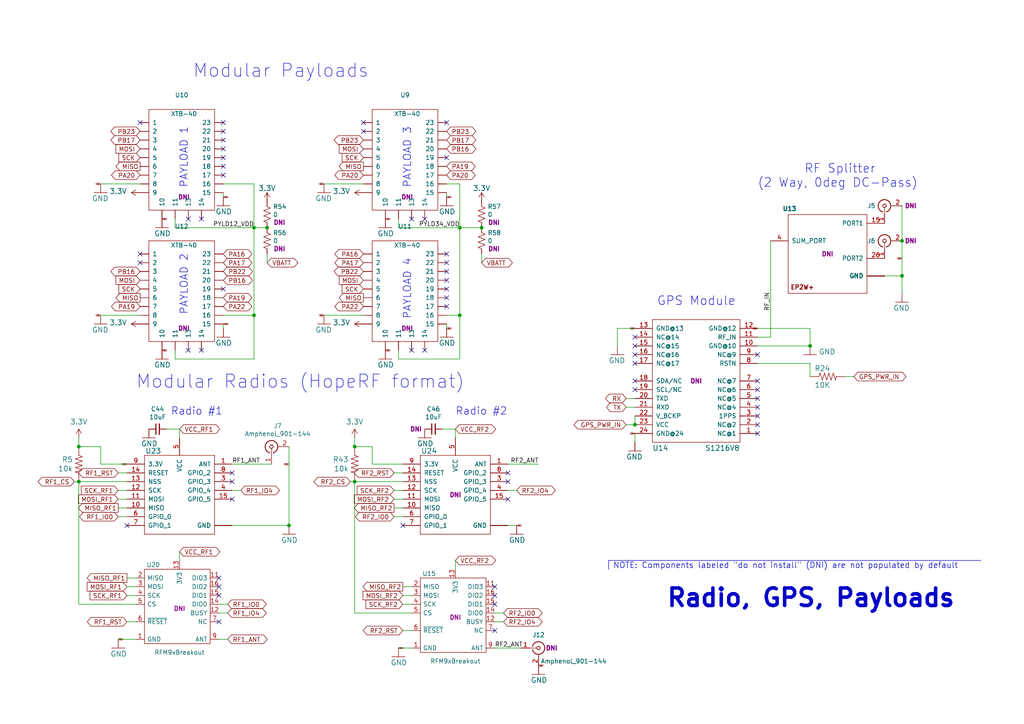
<source format=kicad_sch>
(kicad_sch (version 20230121) (generator eeschema)
  (paper "A4")
  (title_block (title "PyCubed Mainboard") (date "2021-06-09") (rev "v05c") (company "Max Holliday"))
  (lib_symbols
    (symbol "Connector:Conn_Coaxial" (pin_names (offset 1.016) hide)
      (property "Reference" "J" (at 0.254 3.048 0))
      (property "Value" "Conn_Coaxial" (at 2.921 0 90))
      (symbol "Conn_Coaxial_0_1"
        (arc (start -1.778 -0.508) (mid 0.2311 -1.8066) (end 1.778 0) (stroke (width 0.254)))
        (polyline (pts (xy -2.54 0) (xy -0.508 0)))
        (polyline (pts (xy 0 -2.54) (xy 0 -1.778)))
        (circle (center 0 0) (radius 0.508) (stroke (width 0.2032)))
        (arc (start 1.778 0) (mid 0.2099 1.8101) (end -1.778 0.508) (stroke (width 0.254)))
      )
      (symbol "Conn_Coaxial_1_1"
        (pin passive line (at -5.08 0 0) (length 2.54) (name "In") (number "1"))
        (pin passive line (at 0 -5.08 90) (length 2.54) (name "Ext") (number "2"))
      )
    )
    (symbol "Device:C_Small" (pin_numbers hide) (pin_names (offset 0.254) hide)
      (property "Reference" "C" (at 0.254 1.778 0))
      (property "Value" "C_Small" (at 0.254 -2.032 0))
      (symbol "C_Small_0_1"
        (polyline (pts (xy -1.524 -0.508) (xy 1.524 -0.508)) (stroke (width 0.3302)))
        (polyline (pts (xy -1.524 0.508) (xy 1.524 0.508)) (stroke (width 0.3048)))
      )
      (symbol "C_Small_1_1"
        (pin passive line (at 0 2.54 270) (length 2.032) (name "~") (number "1"))
        (pin passive line (at 0 -2.54 90) (length 2.032) (name "~") (number "2"))
      )
    )
    (symbol "Device:R_US" (pin_numbers hide) (pin_names (offset 0))
      (property "Reference" "R" (at 2.54 0 90))
      (property "Value" "R_US" (at -2.54 0 90))
      (symbol "R_US_0_1"
        (polyline (pts (xy 0 -2.286) (xy 0 -2.54)))
        (polyline (pts (xy 0 2.286) (xy 0 2.54)))
        (polyline (pts (xy 0 -0.762) (xy 1.016 -1.143) (xy 0 -1.524) (xy -1.016 -1.905) (xy 0 -2.286)))
        (polyline (pts (xy 0 0.762) (xy 1.016 0.381) (xy 0 0) (xy -1.016 -0.381) (xy 0 -0.762)))
        (polyline (pts (xy 0 2.286) (xy 1.016 1.905) (xy 0 1.524) (xy -1.016 1.143) (xy 0 0.762)))
      )
      (symbol "R_US_1_1"
        (pin passive line (at 0 3.81 270) (length 1.27) (name "~") (number "1"))
        (pin passive line (at 0 -3.81 90) (length 1.27) (name "~") (number "2"))
      )
    )
    (symbol "mainboard:10KOHM-1_10W-1%(0603)0603" (pin_names (offset 1.016))
      (property "Reference" "R" (at -3.81 1.4986 0))
      (property "Value" "10KOHM-1_10W-1%(0603)0603" (at -3.81 -3.302 0))
      (symbol "10KOHM-1_10W-1%(0603)0603_1_0"
        (polyline (pts (xy -2.54 0) (xy -2.159 1.016)))
        (polyline (pts (xy -2.159 1.016) (xy -1.524 -1.016)))
        (polyline (pts (xy -1.524 -1.016) (xy -0.889 1.016)))
        (polyline (pts (xy -0.889 1.016) (xy -0.254 -1.016)))
        (polyline (pts (xy -0.254 -1.016) (xy 0.381 1.016)))
        (polyline (pts (xy 0.381 1.016) (xy 1.016 -1.016)))
        (polyline (pts (xy 1.016 -1.016) (xy 1.651 1.016)))
        (polyline (pts (xy 1.651 1.016) (xy 2.286 -1.016)))
        (polyline (pts (xy 2.286 -1.016) (xy 2.54 0)))
        (pin passive line (at -5.08 0 0) (length 2.54) (name "1") (number "1"))
        (pin passive line (at 5.08 0 180) (length 2.54) (name "2") (number "2"))
      )
    )
    (symbol "mainboard:3.3V" (power) (pin_names (offset 1.016))
      (property "Value" "3.3V" (at -1.016 3.556 0))
      (symbol "3.3V_1_0"
        (polyline (pts (xy 0 2.54) (xy -0.762 1.27)))
        (polyline (pts (xy 0.762 1.27) (xy 0 2.54)))
        (pin power_in line (at 0 0 90) (length 2.54) (name "3.3V") (number "1"))
      )
    )
    (symbol "mainboard:EP2W+" (pin_names (offset 1.016))
      (property "Reference" "U" (at -7.62 10.16 0))
      (symbol "EP2W+_1_0"
        (polyline (pts (xy -12.7 -15.24) (xy -12.7 7.62)))
        (polyline (pts (xy -12.7 7.62) (xy 10.16 7.62)))
        (polyline (pts (xy 10.16 -15.24) (xy -12.7 -15.24)))
        (polyline (pts (xy 10.16 7.62) (xy 10.16 -15.24)))
        (text "EP2W+" (at -5.08 -12.7 0) (effects (font (size 1.27 1.27) bold) (justify right top)))
        (pin bidirectional line (at 15.24 -10.16 180) (length 5.08) (name "GND") (number "1"))
        (pin bidirectional line (at 15.24 -10.16 180) (length 5.08) (name "GND") (number "10"))
        (pin bidirectional line (at 15.24 -10.16 180) (length 5.08) (name "GND") (number "11"))
        (pin bidirectional line (at 15.24 -10.16 180) (length 5.08) (name "GND") (number "12"))
        (pin bidirectional line (at 15.24 -10.16 180) (length 5.08) (name "GND") (number "13"))
        (pin bidirectional line (at 15.24 -10.16 180) (length 5.08) (name "GND") (number "14"))
        (pin bidirectional line (at 15.24 5.08 180) (length 5.08) (name "PORT1") (number "15"))
        (pin bidirectional line (at 15.24 -10.16 180) (length 5.08) (name "GND") (number "16"))
        (pin bidirectional line (at 15.24 -10.16 180) (length 5.08) (name "GND") (number "17"))
        (pin bidirectional line (at 15.24 -10.16 180) (length 5.08) (name "GND") (number "18"))
        (pin bidirectional line (at 15.24 -10.16 180) (length 5.08) (name "GND") (number "19"))
        (pin bidirectional line (at 15.24 -10.16 180) (length 5.08) (name "GND") (number "2"))
        (pin bidirectional line (at 15.24 -10.16 180) (length 5.08) (name "GND") (number "20"))
        (pin bidirectional line (at 15.24 -10.16 180) (length 5.08) (name "GND") (number "21"))
        (pin bidirectional line (at 15.24 -10.16 180) (length 5.08) (name "GND") (number "22"))
        (pin bidirectional line (at 15.24 -10.16 180) (length 5.08) (name "GND") (number "23"))
        (pin bidirectional line (at 15.24 -10.16 180) (length 5.08) (name "GND") (number "24"))
        (pin bidirectional line (at 15.24 -10.16 180) (length 5.08) (name "GND") (number "25"))
        (pin bidirectional line (at 15.24 -5.08 180) (length 5.08) (name "PORT2") (number "26"))
        (pin bidirectional line (at 15.24 -10.16 180) (length 5.08) (name "GND") (number "27"))
        (pin bidirectional line (at 15.24 -10.16 180) (length 5.08) (name "GND") (number "28"))
        (pin bidirectional line (at 15.24 -10.16 180) (length 5.08) (name "GND") (number "29"))
        (pin bidirectional line (at 15.24 -10.16 180) (length 5.08) (name "GND") (number "3"))
        (pin bidirectional line (at 15.24 -10.16 180) (length 5.08) (name "GND") (number "30"))
        (pin bidirectional line (at 15.24 -10.16 180) (length 5.08) (name "GND") (number "31"))
        (pin bidirectional line (at 15.24 -10.16 180) (length 5.08) (name "GND") (number "32"))
        (pin bidirectional line (at -17.78 0 0) (length 5.08) (name "SUM_PORT") (number "4"))
        (pin bidirectional line (at 15.24 -10.16 180) (length 5.08) (name "GND") (number "5"))
        (pin bidirectional line (at 15.24 -10.16 180) (length 5.08) (name "GND") (number "6"))
        (pin bidirectional line (at 15.24 -10.16 180) (length 5.08) (name "GND") (number "7"))
        (pin bidirectional line (at 15.24 -10.16 180) (length 5.08) (name "GND") (number "8"))
        (pin bidirectional line (at 15.24 -10.16 180) (length 5.08) (name "GND") (number "9"))
        (pin bidirectional line (at 15.24 -10.16 180) (length 5.08) (name "GND") (number "EP"))
      )
    )
    (symbol "mainboard:GND" (power) (pin_names (offset 1.016))
      (property "Value" "GND" (at -2.54 -2.54 0))
      (symbol "GND_1_0"
        (polyline (pts (xy -1.905 0) (xy 1.905 0)))
        (pin power_in line (at 0 2.54 270) (length 2.54) (name "GND") (number "1"))
      )
    )
    (symbol "mainboard:RFM98PW" (pin_names (offset 1.016))
      (property "Reference" "U" (at -7.62 10.16 0))
      (symbol "RFM98PW_0_0"
        (pin bidirectional line (at 17.78 -10.16 180) (length 5.08) hide (name "GND") (number "17"))
        (pin bidirectional line (at 2.54 15.24 270) (length 5.08) (name "VCC") (number "5"))
      )
      (symbol "RFM98PW_1_0"
        (polyline (pts (xy -7.62 -12.7) (xy -7.62 10.16)))
        (polyline (pts (xy -7.62 10.16) (xy 12.7 10.16)))
        (polyline (pts (xy 12.7 -12.7) (xy -7.62 -12.7)))
        (polyline (pts (xy 12.7 10.16) (xy 12.7 -12.7)))
        (pin bidirectional line (at 17.78 7.62 180) (length 5.08) (name "ANT") (number "1"))
        (pin bidirectional line (at -12.7 -5.08 0) (length 5.08) (name "MISO") (number "10"))
        (pin bidirectional line (at -12.7 -2.54 0) (length 5.08) (name "MOSI") (number "11"))
        (pin bidirectional line (at -12.7 0 0) (length 5.08) (name "SCK") (number "12"))
        (pin bidirectional line (at -12.7 2.54 0) (length 5.08) (name "NSS") (number "13"))
        (pin bidirectional line (at -12.7 5.08 0) (length 5.08) (name "RESET") (number "14"))
        (pin bidirectional line (at 17.78 -2.54 180) (length 5.08) (name "GPIO_5") (number "15"))
        (pin bidirectional line (at 17.78 -10.16 180) (length 5.08) (name "GND") (number "16"))
        (pin bidirectional line (at 17.78 -10.16 180) (length 5.08) (name "GND") (number "2"))
        (pin bidirectional line (at 17.78 2.54 180) (length 5.08) (name "GPIO_3") (number "3"))
        (pin bidirectional line (at 17.78 0 180) (length 5.08) (name "GPIO_4") (number "4"))
        (pin bidirectional line (at -12.7 -7.62 0) (length 5.08) (name "GPIO_0") (number "6"))
        (pin bidirectional line (at -12.7 -10.16 0) (length 5.08) (name "GPIO_1") (number "7"))
        (pin bidirectional line (at 17.78 5.08 180) (length 5.08) (name "GPIO_2") (number "8"))
        (pin power_in line (at -12.7 7.62 0) (length 5.08) (name "3.3V") (number "9"))
      )
    )
    (symbol "mainboard:RFM9xBreakout" (pin_names (offset 0.762))
      (property "Reference" "U" (at -3.81 12.7 0))
      (property "Value" "RFM9xBreakout" (at -7.62 -11.43 0))
      (symbol "RFM9xBreakout_0_1"
        (rectangle (start -10.16 11.43) (end 8.89 -10.16))
      )
      (symbol "RFM9xBreakout_1_1"
        (pin bidirectional line (at -12.7 -8.89 0) (length 2.54) (name "GND") (number "1"))
        (pin bidirectional line (at -12.7 -8.89 0) (length 2.54) hide (name "GND") (number "10"))
        (pin bidirectional line (at 11.43 8.89 180) (length 2.54) (name "DIO3") (number "11"))
        (pin bidirectional line (at 11.43 -1.27 180) (length 2.54) (name "BUSY") (number "12"))
        (pin bidirectional line (at 0 13.97 270) (length 2.54) (name "3V3") (number "13"))
        (pin bidirectional line (at 11.43 1.27 180) (length 2.54) (name "DIO0") (number "14"))
        (pin bidirectional line (at 11.43 3.81 180) (length 2.54) (name "DIO1") (number "15"))
        (pin bidirectional line (at 11.43 6.35 180) (length 2.54) (name "DIO2") (number "16"))
        (pin bidirectional line (at -12.7 8.89 0) (length 2.54) (name "MISO") (number "2"))
        (pin bidirectional line (at -12.7 6.35 0) (length 2.54) (name "MOSI") (number "3"))
        (pin bidirectional line (at -12.7 3.81 0) (length 2.54) (name "SCK") (number "4"))
        (pin bidirectional line (at -12.7 1.27 0) (length 2.54) (name "CS") (number "5"))
        (pin bidirectional line (at -12.7 -3.81 0) (length 2.54) (name "~{RESET}") (number "6"))
        (pin bidirectional line (at 11.43 -3.81 180) (length 2.54) (name "NC") (number "7"))
        (pin bidirectional line (at -12.7 -8.89 0) (length 2.54) hide (name "GND") (number "8"))
        (pin bidirectional line (at 11.43 -8.89 180) (length 2.54) (name "ANT") (number "9"))
      )
    )
    (symbol "mainboard:S1216V8" (pin_names (offset 1.016))
      (property "Reference" "U" (at -12.7 -20.32 0))
      (property "Value" "S1216V8" (at 2.54 -20.32 0))
      (symbol "S1216V8_1_0"
        (polyline (pts (xy -12.7 -17.78) (xy 12.7 -17.78)))
        (polyline (pts (xy -12.7 17.78) (xy -12.7 -17.78)))
        (polyline (pts (xy 12.7 -17.78) (xy 12.7 17.78)))
        (polyline (pts (xy 12.7 17.78) (xy -12.7 17.78)))
        (pin bidirectional line (at 17.78 -15.24 180) (length 5.08) (name "NC@1") (number "1"))
        (pin bidirectional line (at 17.78 10.16 180) (length 5.08) (name "GND@10") (number "10"))
        (pin bidirectional line (at 17.78 12.7 180) (length 5.08) (name "RF_IN") (number "11"))
        (pin bidirectional line (at 17.78 15.24 180) (length 5.08) (name "GND@12") (number "12"))
        (pin bidirectional line (at -17.78 15.24 0) (length 5.08) (name "GND@13") (number "13"))
        (pin bidirectional line (at -17.78 12.7 0) (length 5.08) (name "NC@14") (number "14"))
        (pin bidirectional line (at -17.78 10.16 0) (length 5.08) (name "NC@15") (number "15"))
        (pin bidirectional line (at -17.78 7.62 0) (length 5.08) (name "NC@16") (number "16"))
        (pin bidirectional line (at -17.78 5.08 0) (length 5.08) (name "NC@17") (number "17"))
        (pin bidirectional line (at -17.78 0 0) (length 5.08) (name "SDA/NC") (number "18"))
        (pin bidirectional line (at -17.78 -2.54 0) (length 5.08) (name "SCL/NC") (number "19"))
        (pin bidirectional line (at 17.78 -12.7 180) (length 5.08) (name "NC@2") (number "2"))
        (pin bidirectional line (at -17.78 -5.08 0) (length 5.08) (name "TXD") (number "20"))
        (pin bidirectional line (at -17.78 -7.62 0) (length 5.08) (name "RXD") (number "21"))
        (pin bidirectional line (at -17.78 -10.16 0) (length 5.08) (name "V_BCKP") (number "22"))
        (pin bidirectional line (at -17.78 -12.7 0) (length 5.08) (name "VCC") (number "23"))
        (pin bidirectional line (at -17.78 -15.24 0) (length 5.08) (name "GND@24") (number "24"))
        (pin bidirectional line (at 17.78 -10.16 180) (length 5.08) (name "1PPS") (number "3"))
        (pin bidirectional line (at 17.78 -7.62 180) (length 5.08) (name "NC@4") (number "4"))
        (pin bidirectional line (at 17.78 -5.08 180) (length 5.08) (name "NC@5") (number "5"))
        (pin bidirectional line (at 17.78 -2.54 180) (length 5.08) (name "NC@6") (number "6"))
        (pin bidirectional line (at 17.78 0 180) (length 5.08) (name "NC@7") (number "7"))
        (pin bidirectional line (at 17.78 5.08 180) (length 5.08) (name "RSTN") (number "8"))
        (pin bidirectional line (at 17.78 7.62 180) (length 5.08) (name "NC@9") (number "9"))
      )
    )
    (symbol "mainboard:XTB-40_payload" (pin_names (offset 1.016))
      (property "Reference" "U" (at -2.54 13.97 0))
      (property "Value" "XTB-40_payload" (at -1.27 11.43 0))
      (symbol "XTB-40_payload_1_0"
        (pin bidirectional line (at -12.7 8.89 0) (length 2.54) (name "1") (number "1"))
      )
      (symbol "XTB-40_payload_1_1"
        (rectangle (start -10.16 12.7) (end 8.89 -16.51))
        (pin bidirectional line (at -6.35 -19.05 90) (length 2.54) (name "10") (number "10"))
        (pin bidirectional line (at -2.54 -19.05 90) (length 2.54) (name "11") (number "11"))
        (pin bidirectional line (at 1.27 -19.05 90) (length 2.54) (name "13") (number "13"))
        (pin bidirectional line (at 5.08 -19.05 90) (length 2.54) (name "14") (number "14"))
        (pin bidirectional line (at 11.43 -11.43 180) (length 2.54) (name "15") (number "15"))
        (pin bidirectional line (at 11.43 -8.89 180) (length 2.54) (name "16") (number "16"))
        (pin bidirectional line (at 11.43 -6.35 180) (length 2.54) (name "17") (number "17"))
        (pin bidirectional line (at 11.43 -3.81 180) (length 2.54) (name "18") (number "18"))
        (pin bidirectional line (at 11.43 -1.27 180) (length 2.54) (name "19") (number "19"))
        (pin bidirectional line (at -12.7 6.35 0) (length 2.54) (name "2") (number "2"))
        (pin bidirectional line (at 11.43 1.27 180) (length 2.54) (name "20") (number "20"))
        (pin bidirectional line (at 11.43 3.81 180) (length 2.54) (name "21") (number "21"))
        (pin bidirectional line (at 11.43 6.35 180) (length 2.54) (name "22") (number "22"))
        (pin bidirectional line (at 11.43 8.89 180) (length 2.54) (name "23") (number "23"))
        (pin bidirectional line (at -12.7 3.81 0) (length 2.54) (name "3") (number "3"))
        (pin bidirectional line (at -12.7 1.27 0) (length 2.54) (name "4") (number "4"))
        (pin bidirectional line (at -12.7 -1.27 0) (length 2.54) (name "5") (number "5"))
        (pin bidirectional line (at -12.7 -3.81 0) (length 2.54) (name "6") (number "6"))
        (pin bidirectional line (at -12.7 -6.35 0) (length 2.54) (name "7") (number "7"))
        (pin bidirectional line (at -12.7 -8.89 0) (length 2.54) (name "8") (number "8"))
        (pin bidirectional line (at -12.7 -11.43 0) (length 2.54) (name "9") (number "9"))
      )
    )
  )
  (junction (at 73.66 66.04))
  (junction (at 184.15 123.19))
  (junction (at 73.66 91.44))
  (junction (at 102.87 129.54))
  (junction (at 139.7 66.04))
  (junction (at 22.86 129.54))
  (junction (at 261.62 69.85))
  (junction (at 261.62 80.01))
  (junction (at 133.35 91.44))
  (junction (at 77.47 66.04))
  (junction (at 133.35 66.04))
  (junction (at 83.82 152.4))
  (junction (at 234.95 100.33))
  (junction (at 22.86 139.7))
  (junction (at 102.87 139.7))
  (no_connect (at 219.71 120.65))
  (no_connect (at 143.51 170.18))
  (no_connect (at 64.77 50.8))
  (no_connect (at 105.41 38.1))
  (no_connect (at 129.54 45.72))
  (no_connect (at 40.64 35.56))
  (no_connect (at 58.42 101.6))
  (no_connect (at 63.5 180.34))
  (no_connect (at 143.51 182.88))
  (no_connect (at 67.31 144.78))
  (no_connect (at 54.61 63.5))
  (no_connect (at 64.77 35.56))
  (no_connect (at 119.38 63.5))
  (no_connect (at 184.15 110.49))
  (no_connect (at 67.31 137.16))
  (no_connect (at 129.54 78.74))
  (no_connect (at 219.71 102.87))
  (no_connect (at 129.54 88.9))
  (no_connect (at 219.71 118.11))
  (no_connect (at 147.32 144.78))
  (no_connect (at 147.32 137.16))
  (no_connect (at 129.54 83.82))
  (no_connect (at 184.15 113.03))
  (no_connect (at 129.54 35.56))
  (no_connect (at 219.71 123.19))
  (no_connect (at 129.54 76.2))
  (no_connect (at 63.5 170.18))
  (no_connect (at 219.71 110.49))
  (no_connect (at 184.15 102.87))
  (no_connect (at 129.54 81.28))
  (no_connect (at 40.64 73.66))
  (no_connect (at 64.77 40.64))
  (no_connect (at 219.71 125.73))
  (no_connect (at 116.84 152.4))
  (no_connect (at 63.5 172.72))
  (no_connect (at 64.77 38.1))
  (no_connect (at 40.64 76.2))
  (no_connect (at 184.15 97.79))
  (no_connect (at 219.71 115.57))
  (no_connect (at 123.19 63.5))
  (no_connect (at 219.71 113.03))
  (no_connect (at 36.83 152.4))
  (no_connect (at 147.32 139.7))
  (no_connect (at 58.42 63.5))
  (no_connect (at 119.38 101.6))
  (no_connect (at 54.61 101.6))
  (no_connect (at 143.51 172.72))
  (no_connect (at 67.31 139.7))
  (no_connect (at 64.77 48.26))
  (no_connect (at 184.15 100.33))
  (no_connect (at 63.5 167.64))
  (no_connect (at 64.77 43.18))
  (no_connect (at 129.54 73.66))
  (no_connect (at 105.41 35.56))
  (no_connect (at 129.54 86.36))
  (no_connect (at 64.77 83.82))
  (no_connect (at 184.15 105.41))
  (no_connect (at 64.77 45.72))
  (no_connect (at 123.19 101.6))
  (no_connect (at 143.51 175.26))
  (wire (pts (xy 115.57 66.04) (xy 133.35 66.04)))
  (wire (pts (xy 66.04 175.26) (xy 63.5 175.26)))
  (wire (pts (xy 261.62 69.85) (xy 261.62 80.01)))
  (wire (pts (xy 73.66 53.34) (xy 73.66 66.04)))
  (wire (pts (xy 184.15 115.57) (xy 181.61 115.57)))
  (wire (pts (xy 21.59 139.7) (xy 22.86 139.7)))
  (wire (pts (xy 219.71 95.25) (xy 234.95 95.25)))
  (wire (pts (xy 73.66 91.44) (xy 73.66 104.14)))
  (wire (pts (xy 179.07 95.25) (xy 179.07 100.33)))
  (wire (pts (xy 67.31 152.4) (xy 83.82 152.4)))
  (wire (pts (xy 29.21 129.54) (xy 22.86 129.54)))
  (wire (pts (xy 116.84 139.7) (xy 102.87 139.7)))
  (wire (pts (xy 52.07 124.46) (xy 48.26 124.46)))
  (wire (pts (xy 147.32 134.62) (xy 156.21 134.62)))
  (wire (pts (xy 69.85 142.24) (xy 67.31 142.24)))
  (wire (pts (xy 22.86 129.54) (xy 22.86 127)))
  (wire (pts (xy 64.77 95.25) (xy 64.77 93.98)))
  (wire (pts (xy 36.83 134.62) (xy 29.21 134.62)))
  (wire (pts (xy 66.04 177.8) (xy 63.5 177.8)))
  (wire (pts (xy 107.95 129.54) (xy 102.87 129.54)))
  (wire (pts (xy 102.87 177.8) (xy 119.38 177.8)))
  (wire (pts (xy 119.38 170.18) (xy 116.84 170.18)))
  (wire (pts (xy 119.38 175.26) (xy 116.84 175.26)))
  (wire (pts (xy 184.15 118.11) (xy 181.61 118.11)))
  (wire (pts (xy 139.7 76.2) (xy 139.7 73.66)))
  (wire (pts (xy 73.66 66.04) (xy 73.66 91.44)))
  (wire (pts (xy 256.54 80.01) (xy 261.62 80.01)))
  (wire (pts (xy 115.57 187.96) (xy 119.38 187.96)))
  (wire (pts (xy 93.98 53.34) (xy 105.41 53.34)))
  (wire (pts (xy 67.31 134.62) (xy 78.74 134.62)))
  (wire (pts (xy 116.84 147.32) (xy 114.3 147.32)))
  (wire (pts (xy 93.98 91.44) (xy 105.41 91.44)))
  (wire (pts (xy 115.57 101.6) (xy 115.57 104.14)))
  (wire (pts (xy 52.07 160.02) (xy 52.07 162.56)))
  (wire (pts (xy 36.83 137.16) (xy 34.29 137.16)))
  (wire (pts (xy 29.21 53.34) (xy 40.64 53.34)))
  (wire (pts (xy 83.82 129.54) (xy 83.82 152.4)))
  (wire (pts (xy 245.11 109.22) (xy 247.65 109.22)))
  (wire (pts (xy 22.86 175.26) (xy 39.37 175.26)))
  (wire (pts (xy 143.51 177.8) (xy 146.05 177.8)))
  (wire (pts (xy 36.83 142.24) (xy 34.29 142.24)))
  (wire (pts (xy 39.37 167.64) (xy 36.83 167.64)))
  (wire (pts (xy 184.15 123.19) (xy 184.15 120.65)))
  (wire (pts (xy 184.15 95.25) (xy 179.07 95.25)))
  (wire (pts (xy 36.83 147.32) (xy 34.29 147.32)))
  (wire (pts (xy 149.86 152.4) (xy 147.32 152.4)))
  (wire (pts (xy 184.15 125.73) (xy 184.15 128.27)))
  (wire (pts (xy 107.95 134.62) (xy 107.95 129.54)))
  (wire (pts (xy 50.8 63.5) (xy 50.8 66.04)))
  (wire (pts (xy 77.47 76.2) (xy 77.47 73.66)))
  (wire (pts (xy 29.21 134.62) (xy 29.21 129.54)))
  (wire (pts (xy 39.37 170.18) (xy 36.83 170.18)))
  (polyline (pts (xy 176.53 162.56) (xy 284.48 162.56)))
  (wire (pts (xy 234.95 105.41) (xy 234.95 109.22)))
  (wire (pts (xy 261.62 80.01) (xy 261.62 85.09)))
  (wire (pts (xy 34.29 149.86) (xy 36.83 149.86)))
  (wire (pts (xy 116.84 144.78) (xy 114.3 144.78)))
  (wire (pts (xy 116.84 137.16) (xy 114.3 137.16)))
  (wire (pts (xy 119.38 182.88) (xy 116.84 182.88)))
  (wire (pts (xy 66.04 185.42) (xy 63.5 185.42)))
  (wire (pts (xy 22.86 139.7) (xy 36.83 139.7)))
  (wire (pts (xy 52.07 124.46) (xy 52.07 127)))
  (wire (pts (xy 129.54 57.15) (xy 129.54 55.88)))
  (wire (pts (xy 116.84 142.24) (xy 114.3 142.24)))
  (wire (pts (xy 133.35 53.34) (xy 129.54 53.34)))
  (wire (pts (xy 133.35 91.44) (xy 133.35 104.14)))
  (wire (pts (xy 29.21 91.44) (xy 40.64 91.44)))
  (wire (pts (xy 102.87 177.8) (xy 102.87 139.7)))
  (polyline (pts (xy 176.53 165.1) (xy 176.53 162.56)))
  (wire (pts (xy 149.86 142.24) (xy 147.32 142.24)))
  (wire (pts (xy 115.57 63.5) (xy 115.57 66.04)))
  (wire (pts (xy 261.62 59.69) (xy 261.62 69.85)))
  (wire (pts (xy 119.38 172.72) (xy 116.84 172.72)))
  (wire (pts (xy 36.83 144.78) (xy 34.29 144.78)))
  (wire (pts (xy 132.08 124.46) (xy 132.08 127)))
  (wire (pts (xy 132.08 162.56) (xy 132.08 165.1)))
  (wire (pts (xy 116.84 134.62) (xy 107.95 134.62)))
  (wire (pts (xy 234.95 100.33) (xy 219.71 100.33)))
  (wire (pts (xy 22.86 139.7) (xy 22.86 175.26)))
  (wire (pts (xy 151.13 187.96) (xy 143.51 187.96)))
  (wire (pts (xy 64.77 57.15) (xy 64.77 55.88)))
  (wire (pts (xy 133.35 66.04) (xy 139.7 66.04)))
  (wire (pts (xy 34.29 185.42) (xy 39.37 185.42)))
  (wire (pts (xy 219.71 97.79) (xy 223.52 97.79)))
  (wire (pts (xy 184.15 123.19) (xy 181.61 123.19)))
  (wire (pts (xy 133.35 91.44) (xy 129.54 91.44)))
  (wire (pts (xy 115.57 104.14) (xy 133.35 104.14)))
  (wire (pts (xy 73.66 91.44) (xy 64.77 91.44)))
  (wire (pts (xy 219.71 105.41) (xy 234.95 105.41)))
  (wire (pts (xy 73.66 66.04) (xy 77.47 66.04)))
  (wire (pts (xy 132.08 124.46) (xy 128.27 124.46)))
  (wire (pts (xy 102.87 129.54) (xy 102.87 127)))
  (wire (pts (xy 116.84 149.86) (xy 114.3 149.86)))
  (wire (pts (xy 234.95 95.25) (xy 234.95 100.33)))
  (wire (pts (xy 146.05 180.34) (xy 143.51 180.34)))
  (wire (pts (xy 133.35 66.04) (xy 133.35 91.44)))
  (wire (pts (xy 102.87 139.7) (xy 101.6 139.7)))
  (wire (pts (xy 50.8 101.6) (xy 50.8 104.14)))
  (wire (pts (xy 50.8 66.04) (xy 73.66 66.04)))
  (wire (pts (xy 133.35 53.34) (xy 133.35 66.04)))
  (wire (pts (xy 223.52 69.85) (xy 223.52 97.79)))
  (wire (pts (xy 73.66 53.34) (xy 64.77 53.34)))
  (wire (pts (xy 129.54 95.25) (xy 129.54 93.98)))
  (wire (pts (xy 39.37 172.72) (xy 36.83 172.72)))
  (wire (pts (xy 50.8 104.14) (xy 73.66 104.14)))
  (wire (pts (xy 39.37 180.34) (xy 36.83 180.34)))
  (text "       RF Splitter \n(2 Way, 0deg DC-Pass)" (at 219.71 54.61 0) (effects (font (size 2.54 2.54)) (justify left bottom)))
  (text "Modular Payloads" (at 55.88 22.86 0) (effects (font (size 3.81 3.81)) (justify left bottom)))
  (text "NOTE: Components labeled \"do not install\" (DNI) are not populated by default" (at 177.8 165.1 0) (effects (font (size 1.651 1.651)) (justify left bottom)))
  (text "PAYLOAD 4" (at 119.38 92.71 90) (effects (font (size 2.159 2.159)) (justify left bottom)))
  (text "PAYLOAD 2" (at 54.61 91.44 90) (effects (font (size 2.159 2.159)) (justify left bottom)))
  (text "Radio #2" (at 132.08 120.65 0) (effects (font (size 2.159 2.159)) (justify left bottom)))
  (text "Radio, GPS, Payloads" (at 193.04 176.53 0) (effects (font (size 5.08 5.08) (thickness 1.016) bold) (justify left bottom)))
  (text "GPS Module" (at 190.5 88.9 0) (effects (font (size 2.54 2.54)) (justify left bottom)))
  (text "PAYLOAD 3" (at 119.38 54.61 90) (effects (font (size 2.159 2.159)) (justify left bottom)))
  (text "Radio #1" (at 49.53 120.65 0) (effects (font (size 2.159 2.159)) (justify left bottom)))
  (text "PAYLOAD 1" (at 54.61 54.61 90) (effects (font (size 2.159 2.159)) (justify left bottom)))
  (text "Modular Radios (HopeRF format)" (at 39.37 113.03 0) (effects (font (size 3.81 3.81)) (justify left bottom)))
  (label "RF2_ANT" (at 156.21 134.62 180))
  (label "RF2_ANT" (at 143.51 187.96 0))
  (label "RF1_ANT" (at 67.31 134.62 0))
  (label "PYLD12_VDD" (at 73.66 66.04 180))
  (label "RF_IN" (at 223.52 90.17 90))
  (label "PYLD34_VDD" (at 133.35 66.04 180))
  (global_label "GND" (shape bidirectional) (at 149.86 152.4 0) (effects (font (size 0.254 0.254))) (property "Intersheetrefs" "${INTERSHEET_REFS}" (effects hide)))
  (global_label "RX" (shape bidirectional) (at 181.61 115.57 180) (property "Intersheetrefs" "${INTERSHEET_REFS}" (effects hide)))
  (global_label "GND" (shape bidirectional) (at 64.77 93.98 0) (effects (font (size 0.254 0.254))) (property "Intersheetrefs" "${INTERSHEET_REFS}" (effects hide)))
  (global_label "PA20" (shape bidirectional) (at 40.64 50.8 180) (property "Intersheetrefs" "${INTERSHEET_REFS}" (effects hide)))
  (global_label "VCC_RF2" (shape bidirectional) (at 132.08 162.56 0) (property "Intersheetrefs" "${INTERSHEET_REFS}" (effects hide)))
  (global_label "MISO" (shape output) (at 40.64 48.26 180) (property "Intersheetrefs" "${INTERSHEET_REFS}" (effects hide)))
  (global_label "MOSI" (shape input) (at 105.41 43.18 180) (property "Intersheetrefs" "${INTERSHEET_REFS}" (effects hide)))
  (global_label "GND" (shape bidirectional) (at 93.98 91.44 180) (effects (font (size 0.254 0.254))) (property "Intersheetrefs" "${INTERSHEET_REFS}" (effects hide)))
  (global_label "PB16" (shape bidirectional) (at 129.54 43.18 0) (property "Intersheetrefs" "${INTERSHEET_REFS}" (effects hide)))
  (global_label "SCK" (shape input) (at 105.41 83.82 180) (property "Intersheetrefs" "${INTERSHEET_REFS}" (effects hide)))
  (global_label "GND" (shape bidirectional) (at 83.82 134.62 180) (effects (font (size 0.254 0.254))) (property "Intersheetrefs" "${INTERSHEET_REFS}" (effects hide)))
  (global_label "SCK_RF2" (shape input) (at 116.84 175.26 180) (property "Intersheetrefs" "${INTERSHEET_REFS}" (effects hide)))
  (global_label "GND" (shape bidirectional) (at 29.21 53.34 180) (effects (font (size 0.254 0.254))) (property "Intersheetrefs" "${INTERSHEET_REFS}" (effects hide)))
  (global_label "PB23" (shape bidirectional) (at 40.64 38.1 180) (property "Intersheetrefs" "${INTERSHEET_REFS}" (effects hide)))
  (global_label "PA17" (shape bidirectional) (at 105.41 76.2 180) (property "Intersheetrefs" "${INTERSHEET_REFS}" (effects hide)))
  (global_label "MOSI_RF2" (shape input) (at 114.3 144.78 180) (property "Intersheetrefs" "${INTERSHEET_REFS}" (effects hide)))
  (global_label "RF2_IO4" (shape bidirectional) (at 149.86 142.24 0) (property "Intersheetrefs" "${INTERSHEET_REFS}" (effects hide)))
  (global_label "MISO_RF1" (shape output) (at 34.29 147.32 180) (property "Intersheetrefs" "${INTERSHEET_REFS}" (effects hide)))
  (global_label "VBATT" (shape bidirectional) (at 77.47 76.2 0) (property "Intersheetrefs" "${INTERSHEET_REFS}" (effects hide)))
  (global_label "GND" (shape bidirectional) (at 115.57 187.96 0) (effects (font (size 0.254 0.254))) (property "Intersheetrefs" "${INTERSHEET_REFS}" (effects hide)))
  (global_label "PB23" (shape bidirectional) (at 129.54 38.1 0) (property "Intersheetrefs" "${INTERSHEET_REFS}" (effects hide)))
  (global_label "GND" (shape bidirectional) (at 129.54 57.15 0) (effects (font (size 0.254 0.254))) (property "Intersheetrefs" "${INTERSHEET_REFS}" (effects hide)))
  (global_label "TX" (shape bidirectional) (at 181.61 118.11 180) (property "Intersheetrefs" "${INTERSHEET_REFS}" (effects hide)))
  (global_label "PA20" (shape bidirectional) (at 105.41 50.8 180) (property "Intersheetrefs" "${INTERSHEET_REFS}" (effects hide)))
  (global_label "RF1_IO4" (shape bidirectional) (at 69.85 142.24 0) (property "Intersheetrefs" "${INTERSHEET_REFS}" (effects hide)))
  (global_label "SCK" (shape input) (at 40.64 45.72 180) (property "Intersheetrefs" "${INTERSHEET_REFS}" (effects hide)))
  (global_label "PA16" (shape bidirectional) (at 64.77 73.66 0) (property "Intersheetrefs" "${INTERSHEET_REFS}" (effects hide)))
  (global_label "GND" (shape bidirectional) (at 111.76 101.6 0) (effects (font (size 0.254 0.254))) (property "Intersheetrefs" "${INTERSHEET_REFS}" (effects hide)))
  (global_label "PA19" (shape bidirectional) (at 40.64 88.9 180) (property "Intersheetrefs" "${INTERSHEET_REFS}" (effects hide)))
  (global_label "RF2_IO0" (shape bidirectional) (at 146.05 177.8 0) (property "Intersheetrefs" "${INTERSHEET_REFS}" (effects hide)))
  (global_label "PB16" (shape bidirectional) (at 40.64 78.74 180) (property "Intersheetrefs" "${INTERSHEET_REFS}" (effects hide)))
  (global_label "RF2_RST" (shape bidirectional) (at 116.84 182.88 180) (property "Intersheetrefs" "${INTERSHEET_REFS}" (effects hide)))
  (global_label "MOSI" (shape input) (at 40.64 81.28 180) (property "Intersheetrefs" "${INTERSHEET_REFS}" (effects hide)))
  (global_label "RF1_RST" (shape bidirectional) (at 34.29 137.16 180) (property "Intersheetrefs" "${INTERSHEET_REFS}" (effects hide)))
  (global_label "RF2_CS" (shape bidirectional) (at 101.6 139.7 180) (property "Intersheetrefs" "${INTERSHEET_REFS}" (effects hide)))
  (global_label "RF1_IO0" (shape bidirectional) (at 34.29 149.86 180) (property "Intersheetrefs" "${INTERSHEET_REFS}" (effects hide)))
  (global_label "PB22" (shape bidirectional) (at 64.77 78.74 0) (property "Intersheetrefs" "${INTERSHEET_REFS}" (effects hide)))
  (global_label "PA19" (shape bidirectional) (at 64.77 86.36 0) (property "Intersheetrefs" "${INTERSHEET_REFS}" (effects hide)))
  (global_label "SCK" (shape input) (at 40.64 83.82 180) (property "Intersheetrefs" "${INTERSHEET_REFS}" (effects hide)))
  (global_label "VBATT" (shape bidirectional) (at 139.7 76.2 0) (property "Intersheetrefs" "${INTERSHEET_REFS}" (effects hide)))
  (global_label "PA19" (shape bidirectional) (at 129.54 48.26 0) (property "Intersheetrefs" "${INTERSHEET_REFS}" (effects hide)))
  (global_label "MOSI" (shape input) (at 105.41 81.28 180) (property "Intersheetrefs" "${INTERSHEET_REFS}" (effects hide)))
  (global_label "MISO" (shape output) (at 105.41 48.26 180) (property "Intersheetrefs" "${INTERSHEET_REFS}" (effects hide)))
  (global_label "MISO_RF1" (shape output) (at 36.83 167.64 180) (property "Intersheetrefs" "${INTERSHEET_REFS}" (effects hide)))
  (global_label "RF1_CS" (shape bidirectional) (at 21.59 139.7 180) (property "Intersheetrefs" "${INTERSHEET_REFS}" (effects hide)))
  (global_label "GND" (shape bidirectional) (at 46.99 101.6 0) (effects (font (size 0.254 0.254))) (property "Intersheetrefs" "${INTERSHEET_REFS}" (effects hide)))
  (global_label "GND" (shape bidirectional) (at 46.99 63.5 0) (effects (font (size 0.254 0.254))) (property "Intersheetrefs" "${INTERSHEET_REFS}" (effects hide)))
  (global_label "RF2_RST" (shape bidirectional) (at 114.3 137.16 180) (property "Intersheetrefs" "${INTERSHEET_REFS}" (effects hide)))
  (global_label "MOSI_RF2" (shape input) (at 116.84 172.72 180) (property "Intersheetrefs" "${INTERSHEET_REFS}" (effects hide)))
  (global_label "GND" (shape bidirectional) (at 93.98 53.34 180) (effects (font (size 0.254 0.254))) (property "Intersheetrefs" "${INTERSHEET_REFS}" (effects hide)))
  (global_label "PB17" (shape bidirectional) (at 129.54 40.64 0) (property "Intersheetrefs" "${INTERSHEET_REFS}" (effects hide)))
  (global_label "MISO_RF2" (shape output) (at 114.3 147.32 180) (property "Intersheetrefs" "${INTERSHEET_REFS}" (effects hide)))
  (global_label "GPS_PWR_IN" (shape bidirectional) (at 247.65 109.22 0) (property "Intersheetrefs" "${INTERSHEET_REFS}" (effects hide)))
  (global_label "RF1_IO0" (shape bidirectional) (at 66.04 175.26 0) (property "Intersheetrefs" "${INTERSHEET_REFS}" (effects hide)))
  (global_label "RF1_RST" (shape bidirectional) (at 36.83 180.34 180) (property "Intersheetrefs" "${INTERSHEET_REFS}" (effects hide)))
  (global_label "MISO_RF2" (shape output) (at 116.84 170.18 180) (property "Intersheetrefs" "${INTERSHEET_REFS}" (effects hide)))
  (global_label "3.3V" (shape bidirectional) (at 36.83 134.62 180) (effects (font (size 0.254 0.254))) (property "Intersheetrefs" "${INTERSHEET_REFS}" (effects hide)))
  (global_label "RF1_IO4" (shape bidirectional) (at 66.04 177.8 0) (property "Intersheetrefs" "${INTERSHEET_REFS}" (effects hide)))
  (global_label "SCK_RF1" (shape input) (at 36.83 172.72 180) (property "Intersheetrefs" "${INTERSHEET_REFS}" (effects hide)))
  (global_label "PA17" (shape bidirectional) (at 64.77 76.2 0) (property "Intersheetrefs" "${INTERSHEET_REFS}" (effects hide)))
  (global_label "GND" (shape bidirectional) (at 156.21 193.04 0) (effects (font (size 0.254 0.254))) (property "Intersheetrefs" "${INTERSHEET_REFS}" (effects hide)))
  (global_label "PB17" (shape bidirectional) (at 40.64 40.64 180) (property "Intersheetrefs" "${INTERSHEET_REFS}" (effects hide)))
  (global_label "VCC_RF1" (shape bidirectional) (at 52.07 160.02 0) (property "Intersheetrefs" "${INTERSHEET_REFS}" (effects hide)))
  (global_label "VCC_RF2" (shape bidirectional) (at 132.08 124.46 0) (property "Intersheetrefs" "${INTERSHEET_REFS}" (effects hide)))
  (global_label "RF2_IO4" (shape bidirectional) (at 146.05 180.34 0) (property "Intersheetrefs" "${INTERSHEET_REFS}" (effects hide)))
  (global_label "GND" (shape bidirectional) (at 64.77 57.15 0) (effects (font (size 0.254 0.254))) (property "Intersheetrefs" "${INTERSHEET_REFS}" (effects hide)))
  (global_label "GND" (shape bidirectional) (at 129.54 95.25 0) (effects (font (size 0.254 0.254))) (property "Intersheetrefs" "${INTERSHEET_REFS}" (effects hide)))
  (global_label "GND" (shape bidirectional) (at 219.71 95.25 180) (effects (font (size 0.254 0.254))) (property "Intersheetrefs" "${INTERSHEET_REFS}" (effects hide)))
  (global_label "PB22" (shape bidirectional) (at 105.41 78.74 180) (property "Intersheetrefs" "${INTERSHEET_REFS}" (effects hide)))
  (global_label "PA22" (shape bidirectional) (at 64.77 88.9 0) (property "Intersheetrefs" "${INTERSHEET_REFS}" (effects hide)))
  (global_label "SCK_RF2" (shape input) (at 114.3 142.24 180) (property "Intersheetrefs" "${INTERSHEET_REFS}" (effects hide)))
  (global_label "PA22" (shape bidirectional) (at 105.41 88.9 180) (property "Intersheetrefs" "${INTERSHEET_REFS}" (effects hide)))
  (global_label "SCK_RF1" (shape input) (at 34.29 142.24 180) (property "Intersheetrefs" "${INTERSHEET_REFS}" (effects hide)))
  (global_label "GPS_PWR_IN" (shape bidirectional) (at 181.61 123.19 180) (property "Intersheetrefs" "${INTERSHEET_REFS}" (effects hide)))
  (global_label "GND" (shape bidirectional) (at 111.76 63.5 0) (effects (font (size 0.254 0.254))) (property "Intersheetrefs" "${INTERSHEET_REFS}" (effects hide)))
  (global_label "PB23" (shape bidirectional) (at 105.41 40.64 180) (property "Intersheetrefs" "${INTERSHEET_REFS}" (effects hide)))
  (global_label "PA20" (shape bidirectional) (at 129.54 50.8 0) (property "Intersheetrefs" "${INTERSHEET_REFS}" (effects hide)))
  (global_label "MOSI_RF1" (shape input) (at 36.83 170.18 180) (property "Intersheetrefs" "${INTERSHEET_REFS}" (effects hide)))
  (global_label "GND" (shape bidirectional) (at 34.29 185.42 0) (effects (font (size 0.254 0.254))) (property "Intersheetrefs" "${INTERSHEET_REFS}" (effects hide)))
  (global_label "MOSI_RF1" (shape input) (at 34.29 144.78 180) (property "Intersheetrefs" "${INTERSHEET_REFS}" (effects hide)))
  (global_label "SCK" (shape input) (at 105.41 45.72 180) (property "Intersheetrefs" "${INTERSHEET_REFS}" (effects hide)))
  (global_label "GND" (shape bidirectional) (at 184.15 125.73 180) (effects (font (size 0.254 0.254))) (property "Intersheetrefs" "${INTERSHEET_REFS}" (effects hide)))
  (global_label "PB16" (shape bidirectional) (at 64.77 81.28 0) (property "Intersheetrefs" "${INTERSHEET_REFS}" (effects hide)))
  (global_label "RF1_ANT" (shape bidirectional) (at 66.04 185.42 0) (property "Intersheetrefs" "${INTERSHEET_REFS}" (effects hide)))
  (global_label "GND" (shape bidirectional) (at 184.15 95.25 180) (effects (font (size 0.254 0.254))) (property "Intersheetrefs" "${INTERSHEET_REFS}" (effects hide)))
  (global_label "MISO" (shape output) (at 105.41 86.36 180) (property "Intersheetrefs" "${INTERSHEET_REFS}" (effects hide)))
  (global_label "MISO" (shape output) (at 40.64 86.36 180) (property "Intersheetrefs" "${INTERSHEET_REFS}" (effects hide)))
  (global_label "GND" (shape bidirectional) (at 261.62 74.93 180) (effects (font (size 0.254 0.254))) (property "Intersheetrefs" "${INTERSHEET_REFS}" (effects hide)))
  (global_label "RF2_IO0" (shape bidirectional) (at 114.3 149.86 180) (property "Intersheetrefs" "${INTERSHEET_REFS}" (effects hide)))
  (global_label "VCC_RF1" (shape bidirectional) (at 52.07 124.46 0) (property "Intersheetrefs" "${INTERSHEET_REFS}" (effects hide)))
  (global_label "MOSI" (shape input) (at 40.64 43.18 180) (property "Intersheetrefs" "${INTERSHEET_REFS}" (effects hide)))
  (global_label "GND" (shape bidirectional) (at 29.21 91.44 180) (effects (font (size 0.254 0.254))) (property "Intersheetrefs" "${INTERSHEET_REFS}" (effects hide)))
  (global_label "PA16" (shape bidirectional) (at 105.41 73.66 180) (property "Intersheetrefs" "${INTERSHEET_REFS}" (effects hide)))
  (symbol (lib_id "mainboard:10KOHM-1_10W-1%(0603)0603") (at 240.03 109.22 0) (unit 1)
    (property "Reference" "R24" (at 236.22 107.7214 0) (effects (font (size 1.4986 1.4986)) (justify left bottom)))
    (property "Value" "10K" (at 236.22 112.522 0) (effects (font (size 1.4986 1.4986)) (justify left bottom)))
    (property "Footprint" "Resistor_SMD:R_0603_1608Metric" (effects hide))
    (property "Description" "10K 0603" (effects hide))
    (instances (project "mainboard" (path "" (reference "R24") (unit 1)) (path "" (reference "R?") (unit 1))))
  )
  (symbol (lib_id "mainboard:GND") (at 261.62 87.63 0) (unit 1)
    (property "Reference" "#GND044" (effects hide))
    (property "Value" "GND" (at 259.08 90.17 0) (effects (font (size 1.4986 1.4986)) (justify left bottom)))
    (instances (project "mainboard" (path "" (reference "#GND044") (unit 1)) (path "" (reference "#GND?") (unit 1))))
  )
  (symbol (lib_id "mainboard:XTB-40_payload") (at 53.34 44.45 0) (unit 1)
    (property "Reference" "U10" (at 52.705 27.559 0))
    (property "Value" "XTB-40" (at 53.34 33.02 0))
    (property "Footprint" "mainboard:XTB40_payload" (effects hide))
    (property "DNI" "DNI" (at 53.34 57.15 0) (effects (font bold)))
  )
  (symbol (lib_id "mainboard:GND") (at 64.77 59.69 0) (mirror y) (unit 1)
    (property "Reference" "#GND035" (effects hide))
    (property "Value" "GND" (at 67.31 62.23 0) (effects (font (size 1.4986 1.4986)) (justify left bottom)))
    (instances (project "mainboard" (path "" (reference "#GND035") (unit 1)) (path "" (reference "#GND?") (unit 1))))
  )
  (symbol (lib_id "mainboard:3.3V") (at 40.64 55.88 90) (unit 1)
    (property "Reference" "#SUPPLY0105" (effects hide))
    (property "Value" "3.3V" (at 36.83 54.61 90) (effects (font (size 1.4986 1.4986)) (justify left bottom)))
    (instances (project "mainboard" (path "" (reference "#SUPPLY0105") (unit 1)) (path "" (reference "#SUPPLY?") (unit 1))))
  )
  (symbol (lib_id "mainboard:3.3V") (at 40.64 93.98 90) (unit 1)
    (property "Reference" "#SUPPLY0106" (effects hide))
    (property "Value" "3.3V" (at 36.83 92.71 90) (effects (font (size 1.4986 1.4986)) (justify left bottom)))
    (instances (project "mainboard" (path "" (reference "#SUPPLY0106") (unit 1)) (path "" (reference "#SUPPLY?") (unit 1))))
  )
  (symbol (lib_id "mainboard:3.3V") (at 105.41 55.88 90) (unit 1)
    (property "Reference" "#SUPPLY0107" (effects hide))
    (property "Value" "3.3V" (at 101.6 54.61 90) (effects (font (size 1.4986 1.4986)) (justify left bottom)))
    (instances (project "mainboard" (path "" (reference "#SUPPLY0107") (unit 1)) (path "" (reference "#SUPPLY?") (unit 1))))
  )
  (symbol (lib_id "mainboard:3.3V") (at 105.41 93.98 90) (unit 1)
    (property "Reference" "#SUPPLY0108" (effects hide))
    (property "Value" "3.3V" (at 101.6 92.71 90) (effects (font (size 1.4986 1.4986)) (justify left bottom)))
    (instances (project "mainboard" (path "" (reference "#SUPPLY0108") (unit 1)) (path "" (reference "#SUPPLY?") (unit 1))))
  )
  (symbol (lib_id "mainboard:GND") (at 29.21 93.98 0) (unit 1)
    (property "Reference" "#GND039" (effects hide))
    (property "Value" "GND" (at 26.67 96.52 0) (effects (font (size 1.4986 1.4986)) (justify left bottom)))
    (instances (project "mainboard" (path "" (reference "#GND039") (unit 1)) (path "" (reference "#GND?") (unit 1))))
  )
  (symbol (lib_id "mainboard:XTB-40_payload") (at 53.34 82.55 0) (unit 1)
    (property "Reference" "U12" (at 52.705 65.659 0))
    (property "Value" "XTB-40" (at 53.34 71.12 0))
    (property "Footprint" "mainboard:XTB40_payload" (effects hide))
    (property "DNI" "DNI" (at 53.34 95.25 0) (effects (font bold)))
  )
  (symbol (lib_id "mainboard:GND") (at 46.99 104.14 0) (mirror y) (unit 1)
    (property "Reference" "#GND041" (effects hide))
    (property "Value" "GND" (at 49.53 106.68 0) (effects (font (size 1.4986 1.4986)) (justify left bottom)))
    (instances (project "mainboard" (path "" (reference "#GND041") (unit 1)) (path "" (reference "#GND?") (unit 1))))
  )
  (symbol (lib_id "mainboard:GND") (at 93.98 55.88 0) (unit 1)
    (property "Reference" "#GND031" (effects hide))
    (property "Value" "GND" (at 91.44 58.42 0) (effects (font (size 1.4986 1.4986)) (justify left bottom)))
    (instances (project "mainboard" (path "" (reference "#GND031") (unit 1)) (path "" (reference "#GND?") (unit 1))))
  )
  (symbol (lib_id "mainboard:XTB-40_payload") (at 118.11 44.45 0) (unit 1)
    (property "Reference" "U9" (at 117.475 27.559 0))
    (property "Value" "XTB-40" (at 118.11 33.02 0))
    (property "Footprint" "mainboard:XTB40_payload" (effects hide))
    (property "DNI" "DNI" (at 118.11 57.15 0) (effects (font bold)))
  )
  (symbol (lib_id "mainboard:GND") (at 129.54 59.69 0) (mirror y) (unit 1)
    (property "Reference" "#GND034" (effects hide))
    (property "Value" "GND" (at 132.08 62.23 0) (effects (font (size 1.4986 1.4986)) (justify left bottom)))
    (instances (project "mainboard" (path "" (reference "#GND034") (unit 1)) (path "" (reference "#GND?") (unit 1))))
  )
  (symbol (lib_id "mainboard:GND") (at 93.98 93.98 0) (unit 1)
    (property "Reference" "#GND037" (effects hide))
    (property "Value" "GND" (at 91.44 96.52 0) (effects (font (size 1.4986 1.4986)) (justify left bottom)))
    (instances (project "mainboard" (path "" (reference "#GND037") (unit 1)) (path "" (reference "#GND?") (unit 1))))
  )
  (symbol (lib_id "mainboard:XTB-40_payload") (at 118.11 82.55 0) (unit 1)
    (property "Reference" "U11" (at 117.475 65.659 0))
    (property "Value" "XTB-40" (at 118.11 71.12 0))
    (property "Footprint" "mainboard:XTB40_payload" (effects hide))
    (property "DNI" "DNI" (at 118.11 95.25 0) (effects (font bold)))
  )
  (symbol (lib_id "mainboard:GND") (at 129.54 97.79 0) (mirror y) (unit 1)
    (property "Reference" "#GND040" (effects hide))
    (property "Value" "GND" (at 132.08 100.33 0) (effects (font (size 1.4986 1.4986)) (justify left bottom)))
    (instances (project "mainboard" (path "" (reference "#GND040") (unit 1)) (path "" (reference "#GND?") (unit 1))))
  )
  (symbol (lib_id "Connector:Conn_Coaxial") (at 256.54 59.69 90) (unit 1)
    (property "Reference" "J5" (at 252.73 59.69 90))
    (property "Value" "Amphenol_901-144" (effects hide))
    (property "Footprint" "Connector_Coaxial:SMA_Amphenol_901-144_Vertical" (effects hide))
    (property "Datasheet" "https://www.amphenolrf.com/library/download/link/link_id/593640/parent/901-144/" (effects hide))
    (property "DNI" "DNI" (at 264.16 59.69 90) (effects (font bold)))
    (property "Description" "Amphenol RF SMA " (effects hide))
    (property "Flight" "901-144" (effects hide))
    (property "Manufacturer_Name" "Amphenol" (effects hide))
    (property "Manufacturer_Part_Number" "901-144" (effects hide))
    (property "Proto" "901-144" (effects hide))
  )
  (symbol (lib_id "Connector:Conn_Coaxial") (at 256.54 69.85 90) (unit 1)
    (property "Reference" "J6" (at 252.73 69.85 90))
    (property "Value" "Amphenol_901-144" (effects hide))
    (property "Footprint" "Connector_Coaxial:SMA_Amphenol_901-144_Vertical" (effects hide))
    (property "Datasheet" "https://www.amphenolrf.com/library/download/link/link_id/593640/parent/901-144/" (effects hide))
    (property "DNI" "DNI" (at 264.16 69.85 90) (effects (font bold)))
    (property "Description" "Amphenol RF SMA " (effects hide))
    (property "Flight" "901-144" (effects hide))
    (property "Manufacturer_Name" "Amphenol" (effects hide))
    (property "Manufacturer_Part_Number" "901-144" (effects hide))
    (property "Proto" "901-144" (effects hide))
  )
  (symbol (lib_id "Connector:Conn_Coaxial") (at 78.74 129.54 90) (unit 1)
    (property "Reference" "J7" (at 80.5434 123.5202 90))
    (property "Value" "Amphenol_901-144" (at 80.5434 125.8316 90))
    (property "Footprint" "Connector_Coaxial:SMA_Amphenol_901-144_Vertical" (effects hide))
    (property "Datasheet" "https://www.amphenolrf.com/library/download/link/link_id/593640/parent/901-144/" (effects hide))
    (property "Description" "Amphenol RF SMA " (effects hide))
    (property "Flight" "901-144" (effects hide))
    (property "Manufacturer_Name" "Amphenol" (effects hide))
    (property "Manufacturer_Part_Number" "901-144" (effects hide))
    (property "Proto" "901-144" (effects hide))
  )
  (symbol (lib_id "mainboard:RFM98PW") (at 49.53 142.24 0) (unit 1)
    (property "Reference" "U23" (at 44.45 130.81 0) (effects (font (size 1.4986 1.4986))))
    (property "Value" "RFM98PW" (effects hide))
    (property "Footprint" "mainboard:RFM95PW" (effects hide))
    (property "Description" "433 MHz 1W Radio" (effects hide))
    (property "Flight" "RFM98PW" (effects hide))
    (property "Manufacturer_Name" "HopeRF" (effects hide))
    (property "Manufacturer_Part_Number" "RFM98PW" (effects hide))
    (property "Proto" "RFM98PW" (effects hide))
  )
  (symbol (lib_id "mainboard:GND") (at 83.82 154.94 0) (mirror y) (unit 1)
    (property "Reference" "#GND0103" (effects hide))
    (property "Value" "GND" (at 86.36 157.48 0) (effects (font (size 1.4986 1.4986)) (justify left bottom)))
    (instances (project "mainboard" (path "" (reference "#GND0103") (unit 1)) (path "" (reference "#GND?") (unit 1))))
  )
  (symbol (lib_id "mainboard:RFM9xBreakout") (at 132.08 179.07 0) (unit 1)
    (property "Reference" "U15" (at 124.46 166.37 0))
    (property "Value" "RFM9xBreakout" (at 132.08 191.77 0))
    (property "Footprint" "RF_Module:HOPERF_RFM9XW_SMD" (effects hide))
    (property "DNI" "DNI" (at 132.08 179.07 0) (effects (font bold)))
  )
  (symbol (lib_id "Connector:Conn_Coaxial") (at 156.21 187.96 0) (unit 1)
    (property "Reference" "J12" (at 156.21 184.15 0))
    (property "Value" "Amphenol_901-144" (at 166.37 191.77 0))
    (property "Footprint" "Connector_Coaxial:SMA_Amphenol_901-144_Vertical" (effects hide))
    (property "Datasheet" "https://www.amphenolrf.com/library/download/link/link_id/593640/parent/901-144/" (effects hide))
    (property "DNI" "DNI" (at 160.02 187.96 0) (effects (font bold)))
    (property "Description" "Amphenol RF SMA " (effects hide))
    (property "Flight" "901-144" (effects hide))
    (property "Manufacturer_Name" "Amphenol" (effects hide))
    (property "Manufacturer_Part_Number" "901-144" (effects hide))
    (property "Proto" "901-144" (effects hide))
  )
  (symbol (lib_id "mainboard:GND") (at 156.21 195.58 0) (mirror y) (unit 1)
    (property "Reference" "#GND0105" (effects hide))
    (property "Value" "GND" (at 158.75 198.12 0) (effects (font (size 1.4986 1.4986)) (justify left bottom)))
    (instances (project "mainboard" (path "" (reference "#GND0105") (unit 1)) (path "" (reference "#GND?") (unit 1))))
  )
  (symbol (lib_id "mainboard:RFM98PW") (at 129.54 142.24 0) (unit 1)
    (property "Reference" "U24" (at 124.46 130.81 0) (effects (font (size 1.4986 1.4986))))
    (property "Value" "RFM98PW" (effects hide))
    (property "Footprint" "mainboard:RFM95PW" (effects hide))
    (property "DNI" "DNI" (at 132.08 143.51 0) (effects (font bold)))
  )
  (symbol (lib_id "mainboard:GND") (at 115.57 190.5 0) (mirror y) (unit 1)
    (property "Reference" "#GND0106" (effects hide))
    (property "Value" "GND" (at 118.11 193.04 0) (effects (font (size 1.4986 1.4986)) (justify left bottom)))
    (instances (project "mainboard" (path "" (reference "#GND0106") (unit 1)) (path "" (reference "#GND?") (unit 1))))
  )
  (symbol (lib_id "mainboard:GND") (at 149.86 154.94 0) (mirror y) (unit 1)
    (property "Reference" "#GND0107" (effects hide))
    (property "Value" "GND" (at 152.4 157.48 0) (effects (font (size 1.4986 1.4986)) (justify left bottom)))
    (instances (project "mainboard" (path "" (reference "#GND0107") (unit 1)) (path "" (reference "#GND?") (unit 1))))
  )
  (symbol (lib_id "mainboard:RFM9xBreakout") (at 52.07 176.53 0) (unit 1)
    (property "Reference" "U20" (at 44.45 163.83 0))
    (property "Value" "RFM9xBreakout" (at 52.07 189.23 0))
    (property "Footprint" "RF_Module:HOPERF_RFM9XW_SMD" (effects hide))
    (property "DNI" "DNI" (at 52.07 176.53 0) (effects (font bold)))
  )
  (symbol (lib_id "mainboard:GND") (at 34.29 187.96 0) (mirror y) (unit 1)
    (property "Reference" "#GND0110" (effects hide))
    (property "Value" "GND" (at 36.83 190.5 0) (effects (font (size 1.4986 1.4986)) (justify left bottom)))
    (instances (project "mainboard" (path "" (reference "#GND0110") (unit 1)) (path "" (reference "#GND?") (unit 1))))
  )
  (symbol (lib_id "mainboard:10KOHM-1_10W-1%(0603)0603") (at 102.87 134.62 270) (unit 1)
    (property "Reference" "R43" (at 101.1428 133.2738 90) (effects (font (size 1.4986 1.4986)) (justify right)))
    (property "Value" "10k" (at 101.1428 135.9408 90) (effects (font (size 1.4986 1.4986)) (justify right)))
    (property "Footprint" "Resistor_SMD:R_0603_1608Metric" (effects hide))
    (property "Description" "10k 0603" (effects hide))
    (instances (project "mainboard" (path "" (reference "R43") (unit 1)) (path "" (reference "R?") (unit 1))))
  )
  (symbol (lib_id "mainboard:10KOHM-1_10W-1%(0603)0603") (at 22.86 134.62 270) (unit 1)
    (property "Reference" "R5" (at 21.1328 133.2738 90) (effects (font (size 1.4986 1.4986)) (justify right)))
    (property "Value" "10k" (at 21.1328 135.9408 90) (effects (font (size 1.4986 1.4986)) (justify right)))
    (property "Footprint" "Resistor_SMD:R_0603_1608Metric" (effects hide))
    (property "Description" "10k 0603" (effects hide))
    (instances (project "mainboard" (path "" (reference "R5") (unit 1)) (path "" (reference "R?") (unit 1))))
  )
  (symbol (lib_id "Device:R_US") (at 139.7 62.23 0) (unit 1)
    (property "Reference" "R57" (at 141.4272 59.9186 0) (effects (justify left)))
    (property "Value" "0" (at 141.4272 62.23 0) (effects (justify left)))
    (property "Footprint" "Resistor_SMD:R_0805_2012Metric" (effects hide))
    (property "DNI" "DNI" (at 141.4272 64.5414 0) (effects (font bold) (justify left)))
    (property "Description" "0 0603" (effects hide))
  )
  (symbol (lib_id "mainboard:3.3V") (at 139.7 58.42 0) (unit 1)
    (property "Reference" "#SUPPLY012" (effects hide))
    (property "Value" "3.3V" (at 139.7 54.61 0) (effects (font (size 1.4986 1.4986))))
    (instances (project "mainboard" (path "" (reference "#SUPPLY012") (unit 1)) (path "" (reference "#SUPPLY?") (unit 1))))
  )
  (symbol (lib_id "Device:R_US") (at 139.7 69.85 0) (unit 1)
    (property "Reference" "R58" (at 141.4272 67.5386 0) (effects (justify left)))
    (property "Value" "0" (at 141.4272 69.85 0) (effects (justify left)))
    (property "Footprint" "Resistor_SMD:R_0805_2012Metric" (effects hide))
    (property "Description" "0 0603" (effects hide))
    (property "DNI" "DNI" (at 141.4272 72.1614 0) (effects (font bold) (justify left)))
  )
  (symbol (lib_id "Device:R_US") (at 77.47 62.23 0) (unit 1)
    (property "Reference" "R54" (at 79.1972 59.9186 0) (effects (justify left)))
    (property "Value" "0" (at 79.1972 62.23 0) (effects (justify left)))
    (property "Footprint" "Resistor_SMD:R_0805_2012Metric" (effects hide))
    (property "DNI" "DNI" (at 79.1972 64.5414 0) (effects (font bold) (justify left)))
    (property "Description" "0 0603" (effects hide))
  )
  (symbol (lib_id "Device:R_US") (at 77.47 69.85 0) (unit 1)
    (property "Reference" "R56" (at 79.1972 67.5386 0) (effects (justify left)))
    (property "Value" "0" (at 79.1972 69.85 0) (effects (justify left)))
    (property "Footprint" "Resistor_SMD:R_0805_2012Metric" (effects hide))
    (property "Description" "0 0603" (effects hide))
    (property "DNI" "DNI" (at 79.1972 72.1614 0) (effects (font bold) (justify left)))
  )
  (symbol (lib_id "mainboard:3.3V") (at 77.47 58.42 0) (unit 1)
    (property "Reference" "#SUPPLY011" (effects hide))
    (property "Value" "3.3V" (at 77.47 54.61 0) (effects (font (size 1.4986 1.4986))))
    (instances (project "mainboard" (path "" (reference "#SUPPLY011") (unit 1)) (path "" (reference "#SUPPLY?") (unit 1))))
  )
  (symbol (lib_id "mainboard:3.3V") (at 102.87 127 0) (unit 1)
    (property "Reference" "#SUPPLY0104" (effects hide))
    (property "Value" "3.3V" (at 100.33 123.19 0) (effects (font (size 1.4986 1.4986)) (justify left bottom)))
    (instances (project "mainboard" (path "" (reference "#SUPPLY0104") (unit 1)) (path "" (reference "#SUPPLY?") (unit 1))))
  )
  (symbol (lib_id "mainboard:3.3V") (at 22.86 127 0) (unit 1)
    (property "Reference" "#SUPPLY0109" (effects hide))
    (property "Value" "3.3V" (at 20.32 123.19 0) (effects (font (size 1.4986 1.4986)) (justify left bottom)))
    (instances (project "mainboard" (path "" (reference "#SUPPLY0109") (unit 1)) (path "" (reference "#SUPPLY?") (unit 1))))
  )
  (symbol (lib_id "mainboard:GND") (at 111.76 104.14 0) (mirror y) (unit 1)
    (property "Reference" "#GND0115" (effects hide))
    (property "Value" "GND" (at 114.3 106.68 0) (effects (font (size 1.4986 1.4986)) (justify left bottom)))
    (instances (project "mainboard" (path "" (reference "#GND0115") (unit 1)) (path "" (reference "#GND?") (unit 1))))
  )
  (symbol (lib_id "mainboard:GND") (at 111.76 66.04 0) (mirror y) (unit 1)
    (property "Reference" "#GND0116" (effects hide))
    (property "Value" "GND" (at 114.3 68.58 0) (effects (font (size 1.4986 1.4986)) (justify left bottom)))
    (instances (project "mainboard" (path "" (reference "#GND0116") (unit 1)) (path "" (reference "#GND?") (unit 1))))
  )
  (symbol (lib_id "mainboard:GND") (at 46.99 66.04 0) (mirror y) (unit 1)
    (property "Reference" "#GND0118" (effects hide))
    (property "Value" "GND" (at 49.53 68.58 0) (effects (font (size 1.4986 1.4986)) (justify left bottom)))
    (instances (project "mainboard" (path "" (reference "#GND0118") (unit 1)) (path "" (reference "#GND?") (unit 1))))
  )
  (symbol (lib_id "Device:C_Small") (at 45.72 124.46 90) (unit 1)
    (property "Reference" "C44" (at 45.72 118.6434 90))
    (property "Value" "10uF" (at 45.72 120.9548 90))
    (property "Footprint" "Capacitor_SMD:C_0603_1608Metric" (effects hide))
    (property "Description" "10uF +-20% 10V X5R" (effects hide))
    (instances (project "mainboard" (path "" (reference "C44") (unit 1)) (path "" (reference "C?") (unit 1))))
  )
  (symbol (lib_id "mainboard:GND") (at 43.18 127 0) (mirror y) (unit 1)
    (property "Reference" "#GND036" (effects hide))
    (property "Value" "GND" (at 45.72 129.54 0) (effects (font (size 1.4986 1.4986)) (justify left bottom)))
    (instances (project "mainboard" (path "" (reference "#GND036") (unit 1)) (path "" (reference "#GND?") (unit 1))))
  )
  (symbol (lib_id "mainboard:GND") (at 64.77 97.79 0) (mirror y) (unit 1)
    (property "Reference" "#GND0119" (effects hide))
    (property "Value" "GND" (at 67.31 100.33 0) (effects (font (size 1.4986 1.4986)) (justify left bottom)))
    (instances (project "mainboard" (path "" (reference "#GND0119") (unit 1)) (path "" (reference "#GND?") (unit 1))))
  )
  (symbol (lib_id "Device:C_Small") (at 125.73 124.46 90) (unit 1)
    (property "Reference" "C46" (at 125.73 118.6434 90))
    (property "Value" "10uF" (at 125.73 120.9548 90))
    (property "Footprint" "Capacitor_SMD:C_0603_1608Metric" (effects hide))
    (property "Description" "10uF +-20% 10V X5R" (effects hide))
    (property "DNI" "DNI" (at 120.65 124.46 90) (effects (font bold)))
    (instances (project "mainboard" (path "" (reference "C46") (unit 1)) (path "" (reference "C?") (unit 1))))
  )
  (symbol (lib_id "mainboard:GND") (at 123.19 127 0) (mirror y) (unit 1)
    (property "Reference" "#GND038" (effects hide))
    (property "Value" "GND" (at 125.73 129.54 0) (effects (font (size 1.4986 1.4986)) (justify left bottom)))
    (instances (project "mainboard" (path "" (reference "#GND038") (unit 1)) (path "" (reference "#GND?") (unit 1))))
  )
  (symbol (lib_id "mainboard:EP2W+") (at 241.3 69.85 0) (unit 1)
    (property "Reference" "U13" (at 231.14 59.69 0) (effects (font bold) (justify right top)))
    (property "Value" "EP2W+" (effects hide))
    (property "Footprint" "mainboard:QFN32-5X5MM" (effects hide))
    (property "Datasheet" "https://www.minicircuits.com/pdfs/EP2W+.pdf" (effects hide))
    (property "DNI" "DNI" (at 240.03 73.66 0) (effects (font bold)))
    (property "Description" "RF Splitter DC-Pass" (effects hide))
    (property "Flight" "EP2W+" (effects hide))
    (property "Manufacturer_Name" "Mini Circuits" (effects hide))
    (property "Manufacturer_Part_Number" "EP2W+" (effects hide))
    (instances (project "mainboard" (path "" (reference "U13") (unit 1)) (path "" (reference "U?") (unit 1))))
  )
  (symbol (lib_id "mainboard:GND") (at 29.21 55.88 0) (unit 1)
    (property "Reference" "#GND033" (effects hide))
    (property "Value" "GND" (at 26.67 58.42 0) (effects (font (size 1.4986 1.4986)) (justify left bottom)))
    (instances (project "mainboard" (path "" (reference "#GND033") (unit 1)) (path "" (reference "#GND?") (unit 1))))
  )
  (symbol (lib_id "mainboard:GND") (at 179.07 102.87 0) (unit 1)
    (property "Reference" "#GND042" (effects hide))
    (property "Value" "GND" (at 176.53 105.41 0) (effects (font (size 1.4986 1.4986)) (justify left bottom)))
    (instances (project "mainboard" (path "" (reference "#GND042") (unit 1)) (path "" (reference "#GND?") (unit 1))))
  )
  (symbol (lib_id "mainboard:GND") (at 184.15 130.81 0) (unit 1)
    (property "Reference" "#GND043" (effects hide))
    (property "Value" "GND" (at 181.61 133.35 0) (effects (font (size 1.4986 1.4986)) (justify left bottom)))
    (instances (project "mainboard" (path "" (reference "#GND043") (unit 1)) (path "" (reference "#GND?") (unit 1))))
  )
  (symbol (lib_id "mainboard:GND") (at 234.95 102.87 0) (unit 1)
    (property "Reference" "#GND047" (effects hide))
    (property "Value" "GND" (at 237.49 102.87 0) (effects (font (size 1.4986 1.4986)) (justify left bottom)))
    (instances (project "mainboard" (path "" (reference "#GND047") (unit 1)) (path "" (reference "#GND?") (unit 1))))
  )
  (symbol (lib_id "mainboard:S1216V8") (at 201.93 110.49 0) (unit 1)
    (property "Reference" "U14" (at 189.23 130.81 0) (effects (font (size 1.4986 1.4986)) (justify left bottom)))
    (property "Value" "S1216V8" (at 204.47 130.81 0) (effects (font (size 1.4986 1.4986)) (justify left bottom)))
    (property "Footprint" "mainboard:S1216_24PIN_PACKAGE" (effects hide))
    (property "DNI" "DNI" (at 201.93 110.49 0) (effects (font bold)))
    (instances (project "mainboard" (path "" (reference "U14") (unit 1)) (path "" (reference "U?") (unit 1))))
  )
)
</source>
